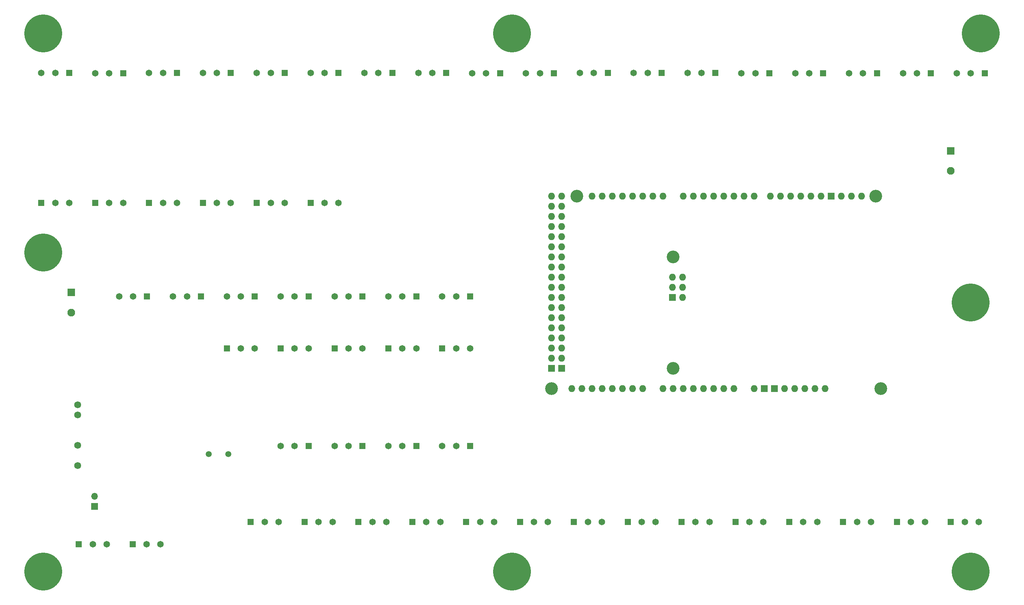
<source format=gbr>
%TF.GenerationSoftware,KiCad,Pcbnew,9.0.0*%
%TF.CreationDate,2025-04-28T14:24:41-07:00*%
%TF.ProjectId,HMI,484d492e-6b69-4636-9164-5f7063625858,rev?*%
%TF.SameCoordinates,Original*%
%TF.FileFunction,Soldermask,Bot*%
%TF.FilePolarity,Negative*%
%FSLAX46Y46*%
G04 Gerber Fmt 4.6, Leading zero omitted, Abs format (unit mm)*
G04 Created by KiCad (PCBNEW 9.0.0) date 2025-04-28 14:24:41*
%MOMM*%
%LPD*%
G01*
G04 APERTURE LIST*
%ADD10R,1.650000X1.650000*%
%ADD11C,1.650000*%
%ADD12C,9.500000*%
%ADD13R,1.950000X1.950000*%
%ADD14C,1.950000*%
%ADD15C,1.500000*%
%ADD16C,1.725000*%
%ADD17R,1.700000X1.700000*%
%ADD18O,1.700000X1.700000*%
%ADD19C,3.200000*%
%ADD20O,1.727200X1.727200*%
%ADD21R,1.727200X1.727200*%
G04 APERTURE END LIST*
D10*
%TO.C,J33*%
X179000000Y-155000000D03*
D11*
X182500000Y-155000000D03*
X186000000Y-155000000D03*
%TD*%
D10*
%TO.C,J55*%
X112500000Y-136000000D03*
D11*
X109000000Y-136000000D03*
X105500000Y-136000000D03*
%TD*%
D10*
%TO.C,J10*%
X174000000Y-42450000D03*
D11*
X170500000Y-42450000D03*
X167000000Y-42450000D03*
%TD*%
D10*
%TO.C,J51*%
X119000000Y-111500000D03*
D11*
X122500000Y-111500000D03*
X126000000Y-111500000D03*
%TD*%
D10*
%TO.C,J45*%
X112500000Y-98450000D03*
D11*
X109000000Y-98450000D03*
X105500000Y-98450000D03*
%TD*%
D10*
%TO.C,J41*%
X58500000Y-98500000D03*
D11*
X55000000Y-98500000D03*
X51500000Y-98500000D03*
%TD*%
D12*
%TO.C,H8*%
X150000000Y-32500000D03*
%TD*%
D10*
%TO.C,J32*%
X192500000Y-155000000D03*
D11*
X196000000Y-155000000D03*
X199500000Y-155000000D03*
%TD*%
D12*
%TO.C,H5*%
X32500000Y-32500000D03*
%TD*%
D10*
%TO.C,J34*%
X165500000Y-155000000D03*
D11*
X169000000Y-155000000D03*
X172500000Y-155000000D03*
%TD*%
D10*
%TO.C,J8*%
X201000000Y-42450000D03*
D11*
X197500000Y-42450000D03*
X194000000Y-42450000D03*
%TD*%
D10*
%TO.C,J13*%
X133500000Y-42450000D03*
D11*
X130000000Y-42450000D03*
X126500000Y-42450000D03*
%TD*%
D10*
%TO.C,J31*%
X206000000Y-155050000D03*
D11*
X209500000Y-155050000D03*
X213000000Y-155050000D03*
%TD*%
D10*
%TO.C,J57*%
X41385000Y-160585000D03*
D11*
X44885000Y-160585000D03*
X48385000Y-160585000D03*
%TD*%
D10*
%TO.C,J47*%
X85500000Y-98450000D03*
D11*
X82000000Y-98450000D03*
X78500000Y-98450000D03*
%TD*%
D10*
%TO.C,J18*%
X66000000Y-42450000D03*
D11*
X62500000Y-42450000D03*
X59000000Y-42450000D03*
%TD*%
D10*
%TO.C,J35*%
X152000000Y-155050000D03*
D11*
X155500000Y-155050000D03*
X159000000Y-155050000D03*
%TD*%
D10*
%TO.C,J12*%
X147000000Y-42500000D03*
D11*
X143500000Y-42500000D03*
X140000000Y-42500000D03*
%TD*%
D10*
%TO.C,J5*%
X241500000Y-42500000D03*
D11*
X238000000Y-42500000D03*
X234500000Y-42500000D03*
%TD*%
D10*
%TO.C,J44*%
X126000000Y-98450000D03*
D11*
X122500000Y-98450000D03*
X119000000Y-98450000D03*
%TD*%
D10*
%TO.C,J36*%
X138500000Y-155050000D03*
D11*
X142000000Y-155050000D03*
X145500000Y-155050000D03*
%TD*%
D10*
%TO.C,J27*%
X260000000Y-155000000D03*
D11*
X263500000Y-155000000D03*
X267000000Y-155000000D03*
%TD*%
D10*
%TO.C,J28*%
X246500000Y-155000000D03*
D11*
X250000000Y-155000000D03*
X253500000Y-155000000D03*
%TD*%
D10*
%TO.C,J43*%
X139500000Y-98450000D03*
D11*
X136000000Y-98450000D03*
X132500000Y-98450000D03*
%TD*%
D10*
%TO.C,J7*%
X214500000Y-42500000D03*
D11*
X211000000Y-42500000D03*
X207500000Y-42500000D03*
%TD*%
D13*
%TO.C,J2*%
X260000000Y-62000000D03*
D14*
X260000000Y-67000000D03*
%TD*%
D10*
%TO.C,J11*%
X160500000Y-42500000D03*
D11*
X157000000Y-42500000D03*
X153500000Y-42500000D03*
%TD*%
D10*
%TO.C,J16*%
X93000000Y-42450000D03*
D11*
X89500000Y-42450000D03*
X86000000Y-42450000D03*
%TD*%
D10*
%TO.C,J15*%
X106500000Y-42450000D03*
D11*
X103000000Y-42450000D03*
X99500000Y-42450000D03*
%TD*%
D15*
%TO.C,Y1*%
X74000000Y-138000000D03*
X78880000Y-138000000D03*
%TD*%
D10*
%TO.C,J29*%
X233000000Y-155000000D03*
D11*
X236500000Y-155000000D03*
X240000000Y-155000000D03*
%TD*%
D10*
%TO.C,J50*%
X105500000Y-111500000D03*
D11*
X109000000Y-111500000D03*
X112500000Y-111500000D03*
%TD*%
D16*
%TO.C,PS1*%
X41115000Y-125675000D03*
X41115000Y-128215000D03*
X41115000Y-135835000D03*
X41115000Y-140915000D03*
%TD*%
D10*
%TO.C,J19*%
X52500000Y-42500000D03*
D11*
X49000000Y-42500000D03*
X45500000Y-42500000D03*
%TD*%
D12*
%TO.C,H3*%
X265000000Y-100000000D03*
%TD*%
D10*
%TO.C,J40*%
X84500000Y-155000000D03*
D11*
X88000000Y-155000000D03*
X91500000Y-155000000D03*
%TD*%
D17*
%TO.C,JP1*%
X45385000Y-151125000D03*
D18*
X45385000Y-148585000D03*
%TD*%
D10*
%TO.C,J42*%
X72000000Y-98500000D03*
D11*
X68500000Y-98500000D03*
X65000000Y-98500000D03*
%TD*%
D10*
%TO.C,J52*%
X132500000Y-111500000D03*
D11*
X136000000Y-111500000D03*
X139500000Y-111500000D03*
%TD*%
D10*
%TO.C,J4*%
X255000000Y-42500000D03*
D11*
X251500000Y-42500000D03*
X248000000Y-42500000D03*
%TD*%
D10*
%TO.C,J56*%
X99000000Y-136000000D03*
D11*
X95500000Y-136000000D03*
X92000000Y-136000000D03*
%TD*%
D12*
%TO.C,H7*%
X32500000Y-87500000D03*
%TD*%
D10*
%TO.C,J38*%
X111500000Y-155050000D03*
D11*
X115000000Y-155050000D03*
X118500000Y-155050000D03*
%TD*%
D10*
%TO.C,J20*%
X39000000Y-42450000D03*
D11*
X35500000Y-42450000D03*
X32000000Y-42450000D03*
%TD*%
D12*
%TO.C,H6*%
X265000000Y-167500000D03*
%TD*%
%TO.C,H1*%
X150000000Y-167500000D03*
%TD*%
D10*
%TO.C,J17*%
X79500000Y-42450000D03*
D11*
X76000000Y-42450000D03*
X72500000Y-42450000D03*
%TD*%
D10*
%TO.C,J6*%
X228000000Y-42500000D03*
D11*
X224500000Y-42500000D03*
X221000000Y-42500000D03*
%TD*%
D10*
%TO.C,J30*%
X219500000Y-155000000D03*
D11*
X223000000Y-155000000D03*
X226500000Y-155000000D03*
%TD*%
D10*
%TO.C,J46*%
X99000000Y-98450000D03*
D11*
X95500000Y-98450000D03*
X92000000Y-98450000D03*
%TD*%
D10*
%TO.C,J14*%
X120000000Y-42450000D03*
D11*
X116500000Y-42450000D03*
X113000000Y-42450000D03*
%TD*%
D12*
%TO.C,H4*%
X267500000Y-32500000D03*
%TD*%
D10*
%TO.C,J24*%
X72500000Y-75050000D03*
D11*
X76000000Y-75050000D03*
X79500000Y-75050000D03*
%TD*%
D10*
%TO.C,J49*%
X92000000Y-111500000D03*
D11*
X95500000Y-111500000D03*
X99000000Y-111500000D03*
%TD*%
D10*
%TO.C,J9*%
X187500000Y-42450000D03*
D11*
X184000000Y-42450000D03*
X180500000Y-42450000D03*
%TD*%
D12*
%TO.C,H2*%
X32500000Y-167500000D03*
%TD*%
D10*
%TO.C,J53*%
X139500000Y-136000000D03*
D11*
X136000000Y-136000000D03*
X132500000Y-136000000D03*
%TD*%
D10*
%TO.C,J23*%
X59000000Y-75000000D03*
D11*
X62500000Y-75000000D03*
X66000000Y-75000000D03*
%TD*%
D10*
%TO.C,J37*%
X125000000Y-155050000D03*
D11*
X128500000Y-155050000D03*
X132000000Y-155050000D03*
%TD*%
D10*
%TO.C,J3*%
X268500000Y-42500000D03*
D11*
X265000000Y-42500000D03*
X261500000Y-42500000D03*
%TD*%
D10*
%TO.C,J21*%
X32000000Y-75000000D03*
D11*
X35500000Y-75000000D03*
X39000000Y-75000000D03*
%TD*%
D10*
%TO.C,J54*%
X126000000Y-135950000D03*
D11*
X122500000Y-135950000D03*
X119000000Y-135950000D03*
%TD*%
D10*
%TO.C,J58*%
X54885000Y-160585000D03*
D11*
X58385000Y-160585000D03*
X61885000Y-160585000D03*
%TD*%
D10*
%TO.C,J26*%
X99500000Y-75000000D03*
D11*
X103000000Y-75000000D03*
X106500000Y-75000000D03*
%TD*%
D10*
%TO.C,J25*%
X86000000Y-75000000D03*
D11*
X89500000Y-75000000D03*
X93000000Y-75000000D03*
%TD*%
D10*
%TO.C,J39*%
X98000000Y-155000000D03*
D11*
X101500000Y-155000000D03*
X105000000Y-155000000D03*
%TD*%
D10*
%TO.C,J48*%
X78500000Y-111500000D03*
D11*
X82000000Y-111500000D03*
X85500000Y-111500000D03*
%TD*%
D13*
%TO.C,J1*%
X39500000Y-97500000D03*
D14*
X39500000Y-102500000D03*
%TD*%
D10*
%TO.C,J22*%
X45500000Y-75000000D03*
D11*
X49000000Y-75000000D03*
X52500000Y-75000000D03*
%TD*%
D19*
%TO.C,A2*%
X242406000Y-121630000D03*
X241136000Y-73370000D03*
D20*
X228436000Y-121630000D03*
D19*
X190336000Y-116550000D03*
X190336000Y-88610000D03*
X166206000Y-73370000D03*
X159856000Y-121630000D03*
D20*
X220816000Y-121630000D03*
X218276000Y-121630000D03*
X190209000Y-93690000D03*
X162396000Y-73370000D03*
X159856000Y-73370000D03*
X205576000Y-121630000D03*
X203036000Y-121630000D03*
X200496000Y-121630000D03*
X197956000Y-121630000D03*
X195416000Y-121630000D03*
X192876000Y-121630000D03*
X190336000Y-121630000D03*
X187796000Y-121630000D03*
X182716000Y-121630000D03*
X180176000Y-121630000D03*
X177636000Y-121630000D03*
X175096000Y-121630000D03*
X172556000Y-121630000D03*
X170016000Y-121630000D03*
X167476000Y-121630000D03*
X164936000Y-121630000D03*
X232500000Y-73370000D03*
X192876000Y-73370000D03*
X195416000Y-73370000D03*
X197956000Y-73370000D03*
X200496000Y-73370000D03*
X203036000Y-73370000D03*
X205576000Y-73370000D03*
X208116000Y-73370000D03*
X210656000Y-73370000D03*
X214720000Y-73370000D03*
X217260000Y-73370000D03*
X219800000Y-73370000D03*
X222340000Y-73370000D03*
X224880000Y-73370000D03*
X227420000Y-73370000D03*
X187796000Y-73370000D03*
X185256000Y-73370000D03*
X182716000Y-73370000D03*
X180176000Y-73370000D03*
X177636000Y-73370000D03*
X175096000Y-73370000D03*
X172556000Y-73370000D03*
X170016000Y-73370000D03*
X162396000Y-75910000D03*
X159856000Y-75910000D03*
X162396000Y-78450000D03*
X159856000Y-78450000D03*
X162396000Y-80990000D03*
X159856000Y-80990000D03*
X162396000Y-83530000D03*
X159856000Y-83530000D03*
X162396000Y-86070000D03*
X159856000Y-86070000D03*
X162396000Y-88610000D03*
X159856000Y-88610000D03*
X162396000Y-91150000D03*
X159856000Y-91150000D03*
X162396000Y-93690000D03*
X159856000Y-93690000D03*
X162396000Y-96230000D03*
X159856000Y-96230000D03*
X162396000Y-98770000D03*
X159856000Y-98770000D03*
X162396000Y-101310000D03*
X159856000Y-101310000D03*
X162396000Y-103850000D03*
X159856000Y-103850000D03*
X162396000Y-106390000D03*
X159856000Y-106390000D03*
X162396000Y-108930000D03*
X159856000Y-108930000D03*
X162396000Y-111470000D03*
X159856000Y-111470000D03*
X162396000Y-114010000D03*
X159856000Y-114010000D03*
D21*
X229960000Y-73370000D03*
X215736000Y-121630000D03*
X213196000Y-121630000D03*
X190209000Y-98770000D03*
X162396000Y-116550000D03*
X159856000Y-116550000D03*
D20*
X225896000Y-121630000D03*
X192749000Y-93690000D03*
X190209000Y-96230000D03*
X223356000Y-121630000D03*
X192749000Y-98770000D03*
X192749000Y-96230000D03*
X237580000Y-73370000D03*
X235040000Y-73370000D03*
X210656000Y-121630000D03*
%TD*%
M02*

</source>
